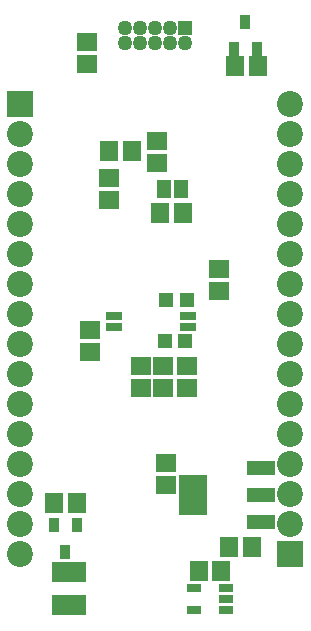
<source format=gbr>
G04 DipTrace Beta 2.9.0.1*
G04 BottomMask.gbr*
%MOMM*%
G04 #@! TF.FileFunction,Soldermask,Bot*
G04 #@! TF.Part,Single*
%ADD48R,1.4X0.8*%
%ADD50R,2.35X3.45*%
%ADD52R,2.35X1.15*%
%ADD54R,1.3X0.8*%
%ADD58R,0.85X1.25*%
%ADD60R,1.2X1.55*%
%ADD62C,1.267*%
%ADD64R,1.267X1.267*%
%ADD66C,2.2*%
%ADD68R,2.2X2.2*%
%ADD78R,2.9X1.8*%
%ADD80R,1.3X1.2*%
%ADD82R,1.5X1.7*%
%ADD84R,1.7X1.5*%
%FSLAX35Y35*%
G04*
G71*
G90*
G75*
G01*
G04 BotMask*
%LPD*%
D84*
X1174930Y2038600D3*
Y2228600D3*
X1360013Y2040100D3*
Y2230100D3*
X1562100Y2038600D3*
Y2228600D3*
D82*
X1527983Y3526523D3*
X1337983D3*
D84*
X743370Y2535860D3*
Y2345860D3*
X1831027Y2859667D3*
Y3049667D3*
X904267Y3821663D3*
Y3631663D3*
D80*
X1546937Y2437153D3*
X1376937D3*
X1559007Y2783337D3*
X1389007D3*
D82*
X2109063Y695560D3*
X1919063D3*
D84*
X1387873Y1220460D3*
Y1410460D3*
D78*
X560453Y202240D3*
Y482240D3*
D68*
X152400Y4445000D3*
D66*
Y4191000D3*
Y3937000D3*
Y3683000D3*
Y3429000D3*
Y3175000D3*
Y2921000D3*
Y2667000D3*
Y2413000D3*
Y2159000D3*
Y1905000D3*
Y1651000D3*
Y1397000D3*
Y1143000D3*
Y889000D3*
Y635000D3*
D64*
X1549400Y5092700D3*
D62*
X1422400D3*
X1295400D3*
X1168400D3*
X1041400D3*
X1549400Y4965700D3*
X1422400D3*
X1295400D3*
X1168400D3*
X1041400D3*
D68*
X2438400Y635000D3*
D66*
Y889000D3*
Y1143000D3*
Y1397000D3*
Y1651000D3*
Y1905000D3*
Y2159000D3*
Y2413000D3*
Y2667000D3*
Y2921000D3*
Y3175000D3*
Y3429000D3*
Y3683000D3*
Y3937000D3*
Y4191000D3*
Y4445000D3*
D60*
X1364863Y3728067D3*
X1514863D3*
D58*
X2151447Y4908823D3*
X1961447D3*
X2056447Y5138823D3*
X439013Y882243D3*
X629013D3*
X534013Y652243D3*
D82*
X1973230Y4764717D3*
X2163230D3*
D84*
X1308293Y4137600D3*
Y3947600D3*
D82*
X906420Y4048580D3*
X1096420D3*
X1663477Y496383D3*
X1853477D3*
X628560Y1068487D3*
X438560D3*
D84*
X717010Y4781800D3*
Y4971800D3*
D52*
X2190270Y1369247D3*
Y1139247D3*
Y909247D3*
D50*
X1610270Y1139247D3*
D54*
X1889160Y349623D3*
Y254623D3*
Y159623D3*
X1619160D3*
Y349623D3*
D48*
X1573047Y2650033D3*
X943047D3*
X1573047Y2560033D3*
X943047D3*
M02*

</source>
